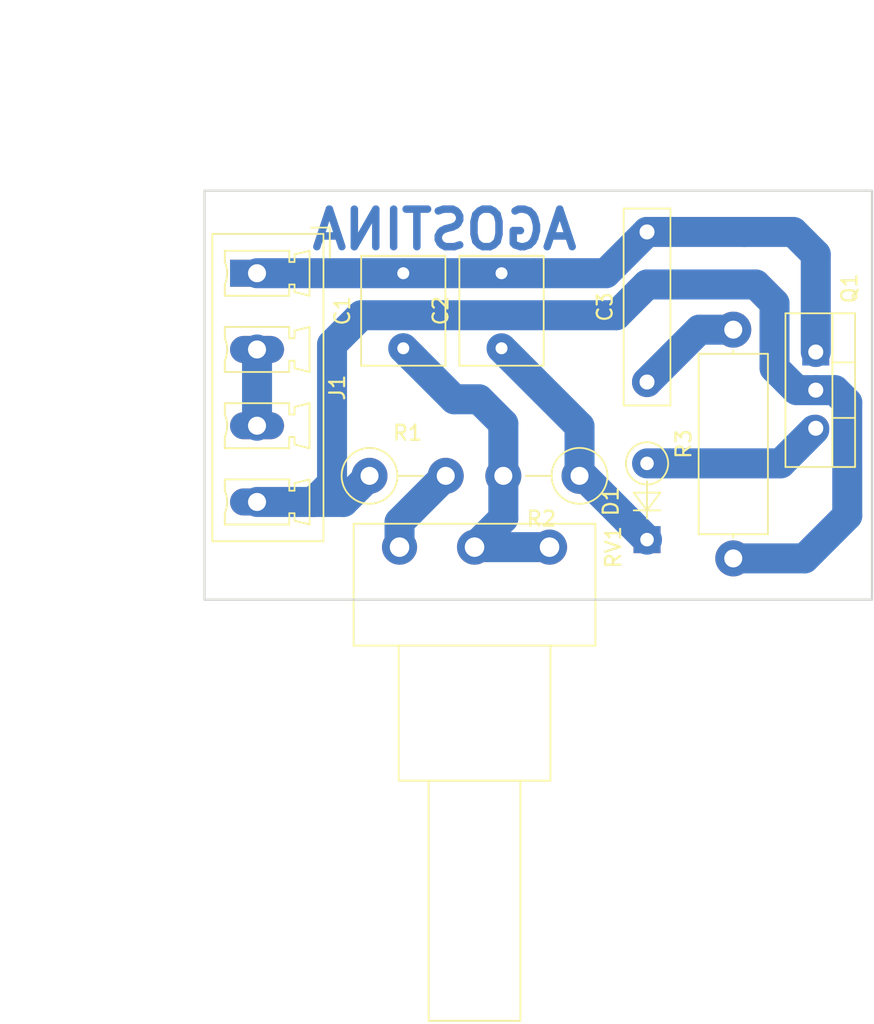
<source format=kicad_pcb>
(kicad_pcb (version 20171130) (host pcbnew "(5.0.1)-3")

  (general
    (thickness 1.6)
    (drawings 8)
    (tracks 45)
    (zones 0)
    (modules 10)
    (nets 9)
  )

  (page A4)
  (layers
    (0 F.Cu signal)
    (31 B.Cu signal)
    (32 B.Adhes user)
    (33 F.Adhes user)
    (34 B.Paste user)
    (35 F.Paste user)
    (36 B.SilkS user)
    (37 F.SilkS user)
    (38 B.Mask user)
    (39 F.Mask user)
    (40 Dwgs.User user)
    (41 Cmts.User user)
    (42 Eco1.User user)
    (43 Eco2.User user)
    (44 Edge.Cuts user)
    (45 Margin user)
    (46 B.CrtYd user)
    (47 F.CrtYd user)
    (48 B.Fab user)
    (49 F.Fab user)
  )

  (setup
    (last_trace_width 2)
    (user_trace_width 0.75)
    (user_trace_width 0.8)
    (user_trace_width 1)
    (user_trace_width 1.25)
    (user_trace_width 1.5)
    (user_trace_width 2)
    (user_trace_width 2.5)
    (user_trace_width 3)
    (trace_clearance 0.2)
    (zone_clearance 0.508)
    (zone_45_only no)
    (trace_min 0.2)
    (segment_width 0.2)
    (edge_width 0.15)
    (via_size 0.8)
    (via_drill 0.4)
    (via_min_size 0.4)
    (via_min_drill 0.3)
    (uvia_size 0.3)
    (uvia_drill 0.1)
    (uvias_allowed no)
    (uvia_min_size 0.2)
    (uvia_min_drill 0.1)
    (pcb_text_width 0.3)
    (pcb_text_size 1.5 1.5)
    (mod_edge_width 0.15)
    (mod_text_size 1 1)
    (mod_text_width 0.15)
    (pad_size 1.524 1.524)
    (pad_drill 0.762)
    (pad_to_mask_clearance 0.051)
    (solder_mask_min_width 0.25)
    (aux_axis_origin 0 0)
    (visible_elements 7FFFFFFF)
    (pcbplotparams
      (layerselection 0x010fc_ffffffff)
      (usegerberextensions false)
      (usegerberattributes false)
      (usegerberadvancedattributes false)
      (creategerberjobfile false)
      (excludeedgelayer true)
      (linewidth 0.100000)
      (plotframeref false)
      (viasonmask false)
      (mode 1)
      (useauxorigin false)
      (hpglpennumber 1)
      (hpglpenspeed 20)
      (hpglpendiameter 15.000000)
      (psnegative false)
      (psa4output false)
      (plotreference true)
      (plotvalue true)
      (plotinvisibletext false)
      (padsonsilk false)
      (subtractmaskfromsilk false)
      (outputformat 1)
      (mirror false)
      (drillshape 1)
      (scaleselection 1)
      (outputdirectory ""))
  )

  (net 0 "")
  (net 1 "Net-(C1-Pad2)")
  (net 2 "Net-(C1-Pad1)")
  (net 3 "Net-(C2-Pad1)")
  (net 4 "Net-(C3-Pad1)")
  (net 5 "Net-(D1-Pad2)")
  (net 6 "Net-(J1-Pad2)")
  (net 7 "Net-(R1-Pad2)")
  (net 8 "Net-(J1-Pad4)")

  (net_class Default "Esta es la clase de red por defecto."
    (clearance 0.2)
    (trace_width 0.25)
    (via_dia 0.8)
    (via_drill 0.4)
    (uvia_dia 0.3)
    (uvia_drill 0.1)
    (add_net "Net-(C1-Pad1)")
    (add_net "Net-(C1-Pad2)")
    (add_net "Net-(C2-Pad1)")
    (add_net "Net-(C3-Pad1)")
    (add_net "Net-(D1-Pad2)")
    (add_net "Net-(J1-Pad2)")
    (add_net "Net-(J1-Pad4)")
    (add_net "Net-(R1-Pad2)")
  )

  (module Capacitors_THT:C_Rect_L7.2mm_W5.5mm_P5.00mm_FKS2_FKP2_MKS2_MKP2 (layer F.Cu) (tedit 597BC7C2) (tstamp 5C055FB9)
    (at 112.25 58.5 90)
    (descr "C, Rect series, Radial, pin pitch=5.00mm, , length*width=7.2*5.5mm^2, Capacitor, http://www.wima.com/EN/WIMA_FKS_2.pdf")
    (tags "C Rect series Radial pin pitch 5.00mm  length 7.2mm width 5.5mm Capacitor")
    (path /5C05441D)
    (fp_text reference C1 (at 2.5 -4.06 90) (layer F.SilkS)
      (effects (font (size 1 1) (thickness 0.15)))
    )
    (fp_text value C (at 2.5 4.06 90) (layer F.Fab)
      (effects (font (size 1 1) (thickness 0.15)))
    )
    (fp_text user %R (at 2.75 0 90) (layer F.Fab)
      (effects (font (size 1 1) (thickness 0.15)))
    )
    (fp_line (start 6.45 -3.1) (end -1.45 -3.1) (layer F.CrtYd) (width 0.05))
    (fp_line (start 6.45 3.1) (end 6.45 -3.1) (layer F.CrtYd) (width 0.05))
    (fp_line (start -1.45 3.1) (end 6.45 3.1) (layer F.CrtYd) (width 0.05))
    (fp_line (start -1.45 -3.1) (end -1.45 3.1) (layer F.CrtYd) (width 0.05))
    (fp_line (start 6.16 -2.81) (end 6.16 2.81) (layer F.SilkS) (width 0.12))
    (fp_line (start -1.16 -2.81) (end -1.16 2.81) (layer F.SilkS) (width 0.12))
    (fp_line (start -1.16 2.81) (end 6.16 2.81) (layer F.SilkS) (width 0.12))
    (fp_line (start -1.16 -2.81) (end 6.16 -2.81) (layer F.SilkS) (width 0.12))
    (fp_line (start 6.1 -2.75) (end -1.1 -2.75) (layer F.Fab) (width 0.1))
    (fp_line (start 6.1 2.75) (end 6.1 -2.75) (layer F.Fab) (width 0.1))
    (fp_line (start -1.1 2.75) (end 6.1 2.75) (layer F.Fab) (width 0.1))
    (fp_line (start -1.1 -2.75) (end -1.1 2.75) (layer F.Fab) (width 0.1))
    (pad 2 thru_hole circle (at 5 0 90) (size 1.6 1.6) (drill 0.8) (layers *.Cu *.Mask)
      (net 1 "Net-(C1-Pad2)"))
    (pad 1 thru_hole circle (at 0 0 90) (size 1.6 1.6) (drill 0.8) (layers *.Cu *.Mask)
      (net 2 "Net-(C1-Pad1)"))
    (model ${KISYS3DMOD}/Capacitors_THT.3dshapes/C_Rect_L7.2mm_W5.5mm_P5.00mm_FKS2_FKP2_MKS2_MKP2.wrl
      (at (xyz 0 0 0))
      (scale (xyz 1 1 1))
      (rotate (xyz 0 0 0))
    )
  )

  (module Capacitors_THT:C_Rect_L7.2mm_W5.5mm_P5.00mm_FKS2_FKP2_MKS2_MKP2 (layer F.Cu) (tedit 597BC7C2) (tstamp 5C055FCC)
    (at 118.8 58.5 90)
    (descr "C, Rect series, Radial, pin pitch=5.00mm, , length*width=7.2*5.5mm^2, Capacitor, http://www.wima.com/EN/WIMA_FKS_2.pdf")
    (tags "C Rect series Radial pin pitch 5.00mm  length 7.2mm width 5.5mm Capacitor")
    (path /5C0544A3)
    (fp_text reference C2 (at 2.5 -4.06 90) (layer F.SilkS)
      (effects (font (size 1 1) (thickness 0.15)))
    )
    (fp_text value C (at 2.5 4.06 90) (layer F.Fab)
      (effects (font (size 1 1) (thickness 0.15)))
    )
    (fp_line (start -1.1 -2.75) (end -1.1 2.75) (layer F.Fab) (width 0.1))
    (fp_line (start -1.1 2.75) (end 6.1 2.75) (layer F.Fab) (width 0.1))
    (fp_line (start 6.1 2.75) (end 6.1 -2.75) (layer F.Fab) (width 0.1))
    (fp_line (start 6.1 -2.75) (end -1.1 -2.75) (layer F.Fab) (width 0.1))
    (fp_line (start -1.16 -2.81) (end 6.16 -2.81) (layer F.SilkS) (width 0.12))
    (fp_line (start -1.16 2.81) (end 6.16 2.81) (layer F.SilkS) (width 0.12))
    (fp_line (start -1.16 -2.81) (end -1.16 2.81) (layer F.SilkS) (width 0.12))
    (fp_line (start 6.16 -2.81) (end 6.16 2.81) (layer F.SilkS) (width 0.12))
    (fp_line (start -1.45 -3.1) (end -1.45 3.1) (layer F.CrtYd) (width 0.05))
    (fp_line (start -1.45 3.1) (end 6.45 3.1) (layer F.CrtYd) (width 0.05))
    (fp_line (start 6.45 3.1) (end 6.45 -3.1) (layer F.CrtYd) (width 0.05))
    (fp_line (start 6.45 -3.1) (end -1.45 -3.1) (layer F.CrtYd) (width 0.05))
    (fp_text user %R (at 2.5 0.25 90) (layer F.Fab)
      (effects (font (size 1 1) (thickness 0.15)))
    )
    (pad 1 thru_hole circle (at 0 0 90) (size 1.6 1.6) (drill 0.8) (layers *.Cu *.Mask)
      (net 3 "Net-(C2-Pad1)"))
    (pad 2 thru_hole circle (at 5 0 90) (size 1.6 1.6) (drill 0.8) (layers *.Cu *.Mask)
      (net 1 "Net-(C1-Pad2)"))
    (model ${KISYS3DMOD}/Capacitors_THT.3dshapes/C_Rect_L7.2mm_W5.5mm_P5.00mm_FKS2_FKP2_MKS2_MKP2.wrl
      (at (xyz 0 0 0))
      (scale (xyz 1 1 1))
      (rotate (xyz 0 0 0))
    )
  )

  (module Capacitors_THT:C_Rect_L13.0mm_W3.0mm_P10.00mm_FKS3_FKP3_MKS4 (layer F.Cu) (tedit 597BC7C2) (tstamp 5C055FDF)
    (at 128.5 60.75 90)
    (descr "C, Rect series, Radial, pin pitch=10.00mm, , length*width=13*3mm^2, Capacitor, http://www.wima.com/EN/WIMA_FKS_3.pdf, http://www.wima.com/EN/WIMA_MKS_4.pdf")
    (tags "C Rect series Radial pin pitch 10.00mm  length 13mm width 3mm Capacitor")
    (path /5C054D8C)
    (fp_text reference C3 (at 5 -2.81 90) (layer F.SilkS)
      (effects (font (size 1 1) (thickness 0.15)))
    )
    (fp_text value C (at 5 2.81 90) (layer F.Fab)
      (effects (font (size 1 1) (thickness 0.15)))
    )
    (fp_text user %R (at 5 0 90) (layer F.Fab)
      (effects (font (size 1 1) (thickness 0.15)))
    )
    (fp_line (start 11.85 -1.85) (end -1.85 -1.85) (layer F.CrtYd) (width 0.05))
    (fp_line (start 11.85 1.85) (end 11.85 -1.85) (layer F.CrtYd) (width 0.05))
    (fp_line (start -1.85 1.85) (end 11.85 1.85) (layer F.CrtYd) (width 0.05))
    (fp_line (start -1.85 -1.85) (end -1.85 1.85) (layer F.CrtYd) (width 0.05))
    (fp_line (start 11.56 -1.56) (end 11.56 1.56) (layer F.SilkS) (width 0.12))
    (fp_line (start -1.56 -1.56) (end -1.56 1.56) (layer F.SilkS) (width 0.12))
    (fp_line (start -1.56 1.56) (end 11.56 1.56) (layer F.SilkS) (width 0.12))
    (fp_line (start -1.56 -1.56) (end 11.56 -1.56) (layer F.SilkS) (width 0.12))
    (fp_line (start 11.5 -1.5) (end -1.5 -1.5) (layer F.Fab) (width 0.1))
    (fp_line (start 11.5 1.5) (end 11.5 -1.5) (layer F.Fab) (width 0.1))
    (fp_line (start -1.5 1.5) (end 11.5 1.5) (layer F.Fab) (width 0.1))
    (fp_line (start -1.5 -1.5) (end -1.5 1.5) (layer F.Fab) (width 0.1))
    (pad 2 thru_hole circle (at 10 0 90) (size 2 2) (drill 1) (layers *.Cu *.Mask)
      (net 1 "Net-(C1-Pad2)"))
    (pad 1 thru_hole circle (at 0 0 90) (size 2 2) (drill 1) (layers *.Cu *.Mask)
      (net 4 "Net-(C3-Pad1)"))
    (model ${KISYS3DMOD}/Capacitors_THT.3dshapes/C_Rect_L13.0mm_W3.0mm_P10.00mm_FKS3_FKP3_MKS4.wrl
      (at (xyz 0 0 0))
      (scale (xyz 1 1 1))
      (rotate (xyz 0 0 0))
    )
  )

  (module Diodes_THT:D_A-405_P5.08mm_Vertical_KathodeUp (layer F.Cu) (tedit 5921392E) (tstamp 5C055FF3)
    (at 128.5 71.25 90)
    (descr "D, A-405 series, Axial, Vertical, pin pitch=5.08mm, , length*diameter=5.2*2.7mm^2, , http://www.diodes.com/_files/packages/A-405.pdf")
    (tags "D A-405 series Axial Vertical pin pitch 5.08mm  length 5.2mm diameter 2.7mm")
    (path /5C054541)
    (fp_text reference D1 (at 2.54 -2.41 90) (layer F.SilkS)
      (effects (font (size 1 1) (thickness 0.15)))
    )
    (fp_text value DIAC (at 2.54 2.41 90) (layer F.Fab)
      (effects (font (size 1 1) (thickness 0.15)))
    )
    (fp_circle (center 5.08 0) (end 6.49 0) (layer F.SilkS) (width 0.12))
    (fp_circle (center 5.08 0) (end 6.43 0) (layer F.Fab) (width 0.1))
    (fp_line (start 6.75 -1.7) (end -1.25 -1.7) (layer F.CrtYd) (width 0.05))
    (fp_line (start 6.75 1.7) (end 6.75 -1.7) (layer F.CrtYd) (width 0.05))
    (fp_line (start -1.25 1.7) (end 6.75 1.7) (layer F.CrtYd) (width 0.05))
    (fp_line (start -1.25 -1.7) (end -1.25 1.7) (layer F.CrtYd) (width 0.05))
    (fp_line (start 3.132667 0.889) (end 1.947333 0) (layer F.SilkS) (width 0.12))
    (fp_line (start 3.132667 -0.889) (end 3.132667 0.889) (layer F.SilkS) (width 0.12))
    (fp_line (start 1.947333 0) (end 3.132667 -0.889) (layer F.SilkS) (width 0.12))
    (fp_line (start 1.947333 -0.889) (end 1.947333 0.889) (layer F.SilkS) (width 0.12))
    (fp_line (start 1.41 0) (end 3.88 0) (layer F.SilkS) (width 0.12))
    (fp_line (start 0 0) (end 5.08 0) (layer F.Fab) (width 0.1))
    (fp_text user %R (at 2.54 0 90) (layer F.Fab)
      (effects (font (size 1 1) (thickness 0.15)))
    )
    (fp_text user K (at -1.6 0 90) (layer F.Fab)
      (effects (font (size 1 1) (thickness 0.15)))
    )
    (pad 2 thru_hole oval (at 5.08 0 90) (size 1.8 1.8) (drill 0.9) (layers *.Cu *.Mask)
      (net 5 "Net-(D1-Pad2)"))
    (pad 1 thru_hole rect (at 0 0 90) (size 1.8 1.8) (drill 0.9) (layers *.Cu *.Mask)
      (net 3 "Net-(C2-Pad1)"))
    (model ${KISYS3DMOD}/Diodes_THT.3dshapes/D_A-405_P5.08mm_Vertical_KathodeUp.wrl
      (at (xyz 0 0 0))
      (scale (xyz 0.393701 0.393701 0.393701))
      (rotate (xyz 0 0 0))
    )
  )

  (module TO_SOT_Packages_THT:TO-220-3_Vertical (layer F.Cu) (tedit 58CE52AD) (tstamp 5C056073)
    (at 139.75 58.75 270)
    (descr "TO-220-3, Vertical, RM 2.54mm")
    (tags "TO-220-3 Vertical RM 2.54mm")
    (path /5C0545F0)
    (fp_text reference Q1 (at -4.25 -2.25 270) (layer F.SilkS)
      (effects (font (size 1 1) (thickness 0.15)))
    )
    (fp_text value BT136-800 (at 2.25 -2 270) (layer F.Fab)
      (effects (font (size 1 1) (thickness 0.15)))
    )
    (fp_line (start 7.79 -2.75) (end -2.71 -2.75) (layer F.CrtYd) (width 0.05))
    (fp_line (start 7.79 2.16) (end 7.79 -2.75) (layer F.CrtYd) (width 0.05))
    (fp_line (start -2.71 2.16) (end 7.79 2.16) (layer F.CrtYd) (width 0.05))
    (fp_line (start -2.71 -2.75) (end -2.71 2.16) (layer F.CrtYd) (width 0.05))
    (fp_line (start 4.391 -2.62) (end 4.391 -1.11) (layer F.SilkS) (width 0.12))
    (fp_line (start 0.69 -2.62) (end 0.69 -1.11) (layer F.SilkS) (width 0.12))
    (fp_line (start -2.58 -1.11) (end 7.66 -1.11) (layer F.SilkS) (width 0.12))
    (fp_line (start 7.66 -2.62) (end 7.66 2.021) (layer F.SilkS) (width 0.12))
    (fp_line (start -2.58 -2.62) (end -2.58 2.021) (layer F.SilkS) (width 0.12))
    (fp_line (start -2.58 2.021) (end 7.66 2.021) (layer F.SilkS) (width 0.12))
    (fp_line (start -2.58 -2.62) (end 7.66 -2.62) (layer F.SilkS) (width 0.12))
    (fp_line (start 4.39 -2.5) (end 4.39 -1.23) (layer F.Fab) (width 0.1))
    (fp_line (start 0.69 -2.5) (end 0.69 -1.23) (layer F.Fab) (width 0.1))
    (fp_line (start -2.46 -1.23) (end 7.54 -1.23) (layer F.Fab) (width 0.1))
    (fp_line (start 7.54 -2.5) (end -2.46 -2.5) (layer F.Fab) (width 0.1))
    (fp_line (start 7.54 1.9) (end 7.54 -2.5) (layer F.Fab) (width 0.1))
    (fp_line (start -2.46 1.9) (end 7.54 1.9) (layer F.Fab) (width 0.1))
    (fp_line (start -2.46 -2.5) (end -2.46 1.9) (layer F.Fab) (width 0.1))
    (fp_text user %R (at 8.75 0.75 270) (layer F.Fab)
      (effects (font (size 1 1) (thickness 0.15)))
    )
    (pad 3 thru_hole oval (at 5.08 0 270) (size 1.8 1.8) (drill 1) (layers *.Cu *.Mask)
      (net 5 "Net-(D1-Pad2)"))
    (pad 2 thru_hole oval (at 2.54 0 270) (size 1.8 1.8) (drill 1) (layers *.Cu *.Mask)
      (net 8 "Net-(J1-Pad4)"))
    (pad 1 thru_hole rect (at 0 0 270) (size 1.8 1.8) (drill 1) (layers *.Cu *.Mask)
      (net 1 "Net-(C1-Pad2)"))
    (model ${KISYS3DMOD}/TO_SOT_Packages_THT.3dshapes/TO-220-3_Vertical.wrl
      (offset (xyz 2.539999961853027 0 0))
      (scale (xyz 0.393701 0.393701 0.393701))
      (rotate (xyz 0 0 0))
    )
  )

  (module Resistors_THT:R_Axial_DIN0411_L9.9mm_D3.6mm_P5.08mm_Vertical (layer F.Cu) (tedit 5874F706) (tstamp 5C056081)
    (at 110 67)
    (descr "Resistor, Axial_DIN0411 series, Axial, Vertical, pin pitch=5.08mm, 1W = 1/1W, length*diameter=9.9*3.6mm^2")
    (tags "Resistor Axial_DIN0411 series Axial Vertical pin pitch 5.08mm 1W = 1/1W length 9.9mm diameter 3.6mm")
    (path /5C054222)
    (fp_text reference R1 (at 2.54 -2.86) (layer F.SilkS)
      (effects (font (size 1 1) (thickness 0.15)))
    )
    (fp_text value R (at 2.54 2.86) (layer F.Fab)
      (effects (font (size 1 1) (thickness 0.15)))
    )
    (fp_line (start 6.6 -2.15) (end -2.15 -2.15) (layer F.CrtYd) (width 0.05))
    (fp_line (start 6.6 2.15) (end 6.6 -2.15) (layer F.CrtYd) (width 0.05))
    (fp_line (start -2.15 2.15) (end 6.6 2.15) (layer F.CrtYd) (width 0.05))
    (fp_line (start -2.15 -2.15) (end -2.15 2.15) (layer F.CrtYd) (width 0.05))
    (fp_line (start 1.86 0) (end 3.58 0) (layer F.SilkS) (width 0.12))
    (fp_line (start 0 0) (end 5.08 0) (layer F.Fab) (width 0.1))
    (fp_circle (center 0 0) (end 1.86 0) (layer F.SilkS) (width 0.12))
    (fp_circle (center 0 0) (end 1.8 0) (layer F.Fab) (width 0.1))
    (pad 2 thru_hole oval (at 5.08 0) (size 2.4 2.4) (drill 1.2) (layers *.Cu *.Mask)
      (net 7 "Net-(R1-Pad2)"))
    (pad 1 thru_hole circle (at 0 0) (size 2.4 2.4) (drill 1.2) (layers *.Cu *.Mask)
      (net 8 "Net-(J1-Pad4)"))
    (model ${KISYS3DMOD}/Resistors_THT.3dshapes/R_Axial_DIN0411_L9.9mm_D3.6mm_P5.08mm_Vertical.wrl
      (at (xyz 0 0 0))
      (scale (xyz 0.393701 0.393701 0.393701))
      (rotate (xyz 0 0 0))
    )
  )

  (module Resistors_THT:R_Axial_DIN0411_L9.9mm_D3.6mm_P5.08mm_Vertical (layer F.Cu) (tedit 5874F706) (tstamp 5C05608F)
    (at 124 67 180)
    (descr "Resistor, Axial_DIN0411 series, Axial, Vertical, pin pitch=5.08mm, 1W = 1/1W, length*diameter=9.9*3.6mm^2")
    (tags "Resistor Axial_DIN0411 series Axial Vertical pin pitch 5.08mm 1W = 1/1W length 9.9mm diameter 3.6mm")
    (path /5C05429C)
    (fp_text reference R2 (at 2.54 -2.86 180) (layer F.SilkS)
      (effects (font (size 1 1) (thickness 0.15)))
    )
    (fp_text value R (at 2.54 2.86 180) (layer F.Fab)
      (effects (font (size 1 1) (thickness 0.15)))
    )
    (fp_circle (center 0 0) (end 1.8 0) (layer F.Fab) (width 0.1))
    (fp_circle (center 0 0) (end 1.86 0) (layer F.SilkS) (width 0.12))
    (fp_line (start 0 0) (end 5.08 0) (layer F.Fab) (width 0.1))
    (fp_line (start 1.86 0) (end 3.58 0) (layer F.SilkS) (width 0.12))
    (fp_line (start -2.15 -2.15) (end -2.15 2.15) (layer F.CrtYd) (width 0.05))
    (fp_line (start -2.15 2.15) (end 6.6 2.15) (layer F.CrtYd) (width 0.05))
    (fp_line (start 6.6 2.15) (end 6.6 -2.15) (layer F.CrtYd) (width 0.05))
    (fp_line (start 6.6 -2.15) (end -2.15 -2.15) (layer F.CrtYd) (width 0.05))
    (pad 1 thru_hole circle (at 0 0 180) (size 2.4 2.4) (drill 1.2) (layers *.Cu *.Mask)
      (net 3 "Net-(C2-Pad1)"))
    (pad 2 thru_hole oval (at 5.08 0 180) (size 2.4 2.4) (drill 1.2) (layers *.Cu *.Mask)
      (net 2 "Net-(C1-Pad1)"))
    (model ${KISYS3DMOD}/Resistors_THT.3dshapes/R_Axial_DIN0411_L9.9mm_D3.6mm_P5.08mm_Vertical.wrl
      (at (xyz 0 0 0))
      (scale (xyz 0.393701 0.393701 0.393701))
      (rotate (xyz 0 0 0))
    )
  )

  (module Resistors_THT:R_Axial_DIN0414_L11.9mm_D4.5mm_P15.24mm_Horizontal (layer F.Cu) (tedit 5874F706) (tstamp 5C0560A5)
    (at 134.25 72.5 90)
    (descr "Resistor, Axial_DIN0414 series, Axial, Horizontal, pin pitch=15.24mm, 2W, length*diameter=11.9*4.5mm^2, http://www.vishay.com/docs/20128/wkxwrx.pdf")
    (tags "Resistor Axial_DIN0414 series Axial Horizontal pin pitch 15.24mm 2W length 11.9mm diameter 4.5mm")
    (path /5C054D3F)
    (fp_text reference R3 (at 7.62 -3.31 90) (layer F.SilkS)
      (effects (font (size 1 1) (thickness 0.15)))
    )
    (fp_text value R (at 7.62 3.31 90) (layer F.Fab)
      (effects (font (size 1 1) (thickness 0.15)))
    )
    (fp_line (start 16.7 -2.6) (end -1.45 -2.6) (layer F.CrtYd) (width 0.05))
    (fp_line (start 16.7 2.6) (end 16.7 -2.6) (layer F.CrtYd) (width 0.05))
    (fp_line (start -1.45 2.6) (end 16.7 2.6) (layer F.CrtYd) (width 0.05))
    (fp_line (start -1.45 -2.6) (end -1.45 2.6) (layer F.CrtYd) (width 0.05))
    (fp_line (start 13.86 0) (end 13.63 0) (layer F.SilkS) (width 0.12))
    (fp_line (start 1.38 0) (end 1.61 0) (layer F.SilkS) (width 0.12))
    (fp_line (start 13.63 -2.31) (end 1.61 -2.31) (layer F.SilkS) (width 0.12))
    (fp_line (start 13.63 2.31) (end 13.63 -2.31) (layer F.SilkS) (width 0.12))
    (fp_line (start 1.61 2.31) (end 13.63 2.31) (layer F.SilkS) (width 0.12))
    (fp_line (start 1.61 -2.31) (end 1.61 2.31) (layer F.SilkS) (width 0.12))
    (fp_line (start 15.24 0) (end 13.57 0) (layer F.Fab) (width 0.1))
    (fp_line (start 0 0) (end 1.67 0) (layer F.Fab) (width 0.1))
    (fp_line (start 13.57 -2.25) (end 1.67 -2.25) (layer F.Fab) (width 0.1))
    (fp_line (start 13.57 2.25) (end 13.57 -2.25) (layer F.Fab) (width 0.1))
    (fp_line (start 1.67 2.25) (end 13.57 2.25) (layer F.Fab) (width 0.1))
    (fp_line (start 1.67 -2.25) (end 1.67 2.25) (layer F.Fab) (width 0.1))
    (pad 2 thru_hole oval (at 15.24 0 90) (size 2.4 2.4) (drill 1.2) (layers *.Cu *.Mask)
      (net 4 "Net-(C3-Pad1)"))
    (pad 1 thru_hole circle (at 0 0 90) (size 2.4 2.4) (drill 1.2) (layers *.Cu *.Mask)
      (net 8 "Net-(J1-Pad4)"))
    (model ${KISYS3DMOD}/Resistors_THT.3dshapes/R_Axial_DIN0414_L11.9mm_D4.5mm_P15.24mm_Horizontal.wrl
      (at (xyz 0 0 0))
      (scale (xyz 0.393701 0.393701 0.393701))
      (rotate (xyz 0 0 0))
    )
  )

  (module Potentiometers:Potentiometer_Piher_PC-16_Single_Vertical (layer F.Cu) (tedit 58826B08) (tstamp 5C0560C8)
    (at 112 71.75 270)
    (descr "Potentiometer, vertically mounted, Omeg PC16PU, Omeg PC16PU, Omeg PC16PU, Vishay/Spectrol 248GJ/249GJ Single, Vishay/Spectrol 248GJ/249GJ Single, Vishay/Spectrol 248GJ/249GJ Single, Vishay/Spectrol 248GH/249GH Single, Vishay/Spectrol 148/149 Single, Vishay/Spectrol 148/149 Single, Vishay/Spectrol 148/149 Single, Vishay/Spectrol 148A/149A Single with mounting plates, Vishay/Spectrol 148/149 Double, Vishay/Spectrol 148A/149A Double with mounting plates, Piher PC-16 Single, http://www.piher-nacesa.com/pdf/20-PC16v03.pdf")
    (tags "Potentiometer vertical  Omeg PC16PU  Omeg PC16PU  Omeg PC16PU  Vishay/Spectrol 248GJ/249GJ Single  Vishay/Spectrol 248GJ/249GJ Single  Vishay/Spectrol 248GJ/249GJ Single  Vishay/Spectrol 248GH/249GH Single  Vishay/Spectrol 148/149 Single  Vishay/Spectrol 148/149 Single  Vishay/Spectrol 148/149 Single  Vishay/Spectrol 148A/149A Single with mounting plates  Vishay/Spectrol 148/149 Double  Vishay/Spectrol 148A/149A Double with mounting plates  Piher PC-16 Single")
    (path /5C054358)
    (fp_text reference RV1 (at 0 -14.25 270) (layer F.SilkS)
      (effects (font (size 1 1) (thickness 0.15)))
    )
    (fp_text value R_POT (at 0 4.25 270) (layer F.Fab)
      (effects (font (size 1 1) (thickness 0.15)))
    )
    (fp_line (start 31.75 -13.25) (end -1.75 -13.25) (layer F.CrtYd) (width 0.05))
    (fp_line (start 31.75 3.25) (end 31.75 -13.25) (layer F.CrtYd) (width 0.05))
    (fp_line (start -1.75 3.25) (end 31.75 3.25) (layer F.CrtYd) (width 0.05))
    (fp_line (start -1.75 -13.25) (end -1.75 3.25) (layer F.CrtYd) (width 0.05))
    (fp_line (start 31.56 -8.06) (end 31.56 -1.94) (layer F.SilkS) (width 0.12))
    (fp_line (start 15.56 -8.06) (end 15.56 -1.94) (layer F.SilkS) (width 0.12))
    (fp_line (start 15.56 -1.94) (end 31.56 -1.94) (layer F.SilkS) (width 0.12))
    (fp_line (start 15.56 -8.06) (end 31.56 -8.06) (layer F.SilkS) (width 0.12))
    (fp_line (start 15.56 -10.06) (end 15.56 0.06) (layer F.SilkS) (width 0.12))
    (fp_line (start 6.56 -10.06) (end 6.56 0.06) (layer F.SilkS) (width 0.12))
    (fp_line (start 6.56 0.06) (end 15.56 0.06) (layer F.SilkS) (width 0.12))
    (fp_line (start 6.56 -10.06) (end 15.56 -10.06) (layer F.SilkS) (width 0.12))
    (fp_line (start 6.56 -13.06) (end 6.56 3.06) (layer F.SilkS) (width 0.12))
    (fp_line (start -1.56 -13.06) (end -1.56 3.06) (layer F.SilkS) (width 0.12))
    (fp_line (start -1.56 3.06) (end 6.56 3.06) (layer F.SilkS) (width 0.12))
    (fp_line (start -1.56 -13.06) (end 6.56 -13.06) (layer F.SilkS) (width 0.12))
    (fp_line (start 31.5 -8) (end 15.5 -8) (layer F.Fab) (width 0.1))
    (fp_line (start 31.5 -2) (end 31.5 -8) (layer F.Fab) (width 0.1))
    (fp_line (start 15.5 -2) (end 31.5 -2) (layer F.Fab) (width 0.1))
    (fp_line (start 15.5 -8) (end 15.5 -2) (layer F.Fab) (width 0.1))
    (fp_line (start 15.5 -10) (end 6.5 -10) (layer F.Fab) (width 0.1))
    (fp_line (start 15.5 0) (end 15.5 -10) (layer F.Fab) (width 0.1))
    (fp_line (start 6.5 0) (end 15.5 0) (layer F.Fab) (width 0.1))
    (fp_line (start 6.5 -10) (end 6.5 0) (layer F.Fab) (width 0.1))
    (fp_line (start 6.5 -13) (end -1.5 -13) (layer F.Fab) (width 0.1))
    (fp_line (start 6.5 3) (end 6.5 -13) (layer F.Fab) (width 0.1))
    (fp_line (start -1.5 3) (end 6.5 3) (layer F.Fab) (width 0.1))
    (fp_line (start -1.5 -13) (end -1.5 3) (layer F.Fab) (width 0.1))
    (pad 1 thru_hole circle (at 0 0 270) (size 2.34 2.34) (drill 1.3) (layers *.Cu *.Mask)
      (net 7 "Net-(R1-Pad2)"))
    (pad 2 thru_hole circle (at 0 -5 270) (size 2.34 2.34) (drill 1.3) (layers *.Cu *.Mask)
      (net 2 "Net-(C1-Pad1)"))
    (pad 3 thru_hole circle (at 0 -10 270) (size 2.34 2.34) (drill 1.3) (layers *.Cu *.Mask)
      (net 2 "Net-(C1-Pad1)"))
    (model Potentiometers.3dshapes/Potentiometer_Piher_PC-16_Single_Vertical.wrl
      (at (xyz 0 0 0))
      (scale (xyz 0.393701 0.393701 0.393701))
      (rotate (xyz 0 0 0))
    )
  )

  (module Connectors_Phoenix:PhoenixContact_MCV-G_04x5.08mm_Vertical (layer F.Cu) (tedit 59566E60) (tstamp 5C056AD7)
    (at 102.5 53.5 270)
    (descr "Generic Phoenix Contact connector footprint for series: MCV-G; number of pins: 04; pin pitch: 5.08mm; Vertical || order number: 1836312 8A 320V")
    (tags "phoenix_contact connector MCV_01x04_G_5.08mm")
    (path /5C058CBC)
    (fp_text reference J1 (at 7.62 -5.35 270) (layer F.SilkS)
      (effects (font (size 1 1) (thickness 0.15)))
    )
    (fp_text value CONEXION (at 3 -5.75 270) (layer F.Fab)
      (effects (font (size 1 1) (thickness 0.15)))
    )
    (fp_text user %R (at 7.62 -3 270) (layer F.Fab)
      (effects (font (size 1 1) (thickness 0.15)))
    )
    (fp_line (start -3.04 -4.85) (end -1.04 -4.85) (layer F.Fab) (width 0.1))
    (fp_line (start -3.04 -3.6) (end -3.04 -4.85) (layer F.Fab) (width 0.1))
    (fp_line (start -3.04 -4.85) (end -1.04 -4.85) (layer F.SilkS) (width 0.12))
    (fp_line (start -3.04 -3.6) (end -3.04 -4.85) (layer F.SilkS) (width 0.12))
    (fp_line (start 18.28 -4.85) (end -3.04 -4.85) (layer F.CrtYd) (width 0.05))
    (fp_line (start 18.28 3.4) (end 18.28 -4.85) (layer F.CrtYd) (width 0.05))
    (fp_line (start -3.04 3.4) (end 18.28 3.4) (layer F.CrtYd) (width 0.05))
    (fp_line (start -3.04 -4.85) (end -3.04 3.4) (layer F.CrtYd) (width 0.05))
    (fp_line (start 16.74 2.15) (end 15.99 2.15) (layer F.SilkS) (width 0.12))
    (fp_line (start 16.74 -2.15) (end 16.74 2.15) (layer F.SilkS) (width 0.12))
    (fp_line (start 15.99 -2.15) (end 16.74 -2.15) (layer F.SilkS) (width 0.12))
    (fp_line (start 15.99 -2.5) (end 15.99 -2.15) (layer F.SilkS) (width 0.12))
    (fp_line (start 16.49 -2.5) (end 15.99 -2.5) (layer F.SilkS) (width 0.12))
    (fp_line (start 16.74 -3.5) (end 16.49 -2.5) (layer F.SilkS) (width 0.12))
    (fp_line (start 13.74 -3.5) (end 16.74 -3.5) (layer F.SilkS) (width 0.12))
    (fp_line (start 13.99 -2.5) (end 13.74 -3.5) (layer F.SilkS) (width 0.12))
    (fp_line (start 14.49 -2.5) (end 13.99 -2.5) (layer F.SilkS) (width 0.12))
    (fp_line (start 14.49 -2.15) (end 14.49 -2.5) (layer F.SilkS) (width 0.12))
    (fp_line (start 13.74 -2.15) (end 14.49 -2.15) (layer F.SilkS) (width 0.12))
    (fp_line (start 13.74 2.15) (end 13.74 -2.15) (layer F.SilkS) (width 0.12))
    (fp_line (start 14.49 2.15) (end 13.74 2.15) (layer F.SilkS) (width 0.12))
    (fp_line (start 11.66 2.15) (end 10.91 2.15) (layer F.SilkS) (width 0.12))
    (fp_line (start 11.66 -2.15) (end 11.66 2.15) (layer F.SilkS) (width 0.12))
    (fp_line (start 10.91 -2.15) (end 11.66 -2.15) (layer F.SilkS) (width 0.12))
    (fp_line (start 10.91 -2.5) (end 10.91 -2.15) (layer F.SilkS) (width 0.12))
    (fp_line (start 11.41 -2.5) (end 10.91 -2.5) (layer F.SilkS) (width 0.12))
    (fp_line (start 11.66 -3.5) (end 11.41 -2.5) (layer F.SilkS) (width 0.12))
    (fp_line (start 8.66 -3.5) (end 11.66 -3.5) (layer F.SilkS) (width 0.12))
    (fp_line (start 8.91 -2.5) (end 8.66 -3.5) (layer F.SilkS) (width 0.12))
    (fp_line (start 9.41 -2.5) (end 8.91 -2.5) (layer F.SilkS) (width 0.12))
    (fp_line (start 9.41 -2.15) (end 9.41 -2.5) (layer F.SilkS) (width 0.12))
    (fp_line (start 8.66 -2.15) (end 9.41 -2.15) (layer F.SilkS) (width 0.12))
    (fp_line (start 8.66 2.15) (end 8.66 -2.15) (layer F.SilkS) (width 0.12))
    (fp_line (start 9.41 2.15) (end 8.66 2.15) (layer F.SilkS) (width 0.12))
    (fp_line (start 6.58 2.15) (end 5.83 2.15) (layer F.SilkS) (width 0.12))
    (fp_line (start 6.58 -2.15) (end 6.58 2.15) (layer F.SilkS) (width 0.12))
    (fp_line (start 5.83 -2.15) (end 6.58 -2.15) (layer F.SilkS) (width 0.12))
    (fp_line (start 5.83 -2.5) (end 5.83 -2.15) (layer F.SilkS) (width 0.12))
    (fp_line (start 6.33 -2.5) (end 5.83 -2.5) (layer F.SilkS) (width 0.12))
    (fp_line (start 6.58 -3.5) (end 6.33 -2.5) (layer F.SilkS) (width 0.12))
    (fp_line (start 3.58 -3.5) (end 6.58 -3.5) (layer F.SilkS) (width 0.12))
    (fp_line (start 3.83 -2.5) (end 3.58 -3.5) (layer F.SilkS) (width 0.12))
    (fp_line (start 4.33 -2.5) (end 3.83 -2.5) (layer F.SilkS) (width 0.12))
    (fp_line (start 4.33 -2.15) (end 4.33 -2.5) (layer F.SilkS) (width 0.12))
    (fp_line (start 3.58 -2.15) (end 4.33 -2.15) (layer F.SilkS) (width 0.12))
    (fp_line (start 3.58 2.15) (end 3.58 -2.15) (layer F.SilkS) (width 0.12))
    (fp_line (start 4.33 2.15) (end 3.58 2.15) (layer F.SilkS) (width 0.12))
    (fp_line (start 1.5 2.15) (end 0.75 2.15) (layer F.SilkS) (width 0.12))
    (fp_line (start 1.5 -2.15) (end 1.5 2.15) (layer F.SilkS) (width 0.12))
    (fp_line (start 0.75 -2.15) (end 1.5 -2.15) (layer F.SilkS) (width 0.12))
    (fp_line (start 0.75 -2.5) (end 0.75 -2.15) (layer F.SilkS) (width 0.12))
    (fp_line (start 1.25 -2.5) (end 0.75 -2.5) (layer F.SilkS) (width 0.12))
    (fp_line (start 1.5 -3.5) (end 1.25 -2.5) (layer F.SilkS) (width 0.12))
    (fp_line (start -1.5 -3.5) (end 1.5 -3.5) (layer F.SilkS) (width 0.12))
    (fp_line (start -1.25 -2.5) (end -1.5 -3.5) (layer F.SilkS) (width 0.12))
    (fp_line (start -0.75 -2.5) (end -1.25 -2.5) (layer F.SilkS) (width 0.12))
    (fp_line (start -0.75 -2.15) (end -0.75 -2.5) (layer F.SilkS) (width 0.12))
    (fp_line (start -1.5 -2.15) (end -0.75 -2.15) (layer F.SilkS) (width 0.12))
    (fp_line (start -1.5 2.15) (end -1.5 -2.15) (layer F.SilkS) (width 0.12))
    (fp_line (start -0.75 2.15) (end -1.5 2.15) (layer F.SilkS) (width 0.12))
    (fp_line (start 17.78 -4.35) (end -2.54 -4.35) (layer F.Fab) (width 0.1))
    (fp_line (start 17.78 2.9) (end 17.78 -4.35) (layer F.Fab) (width 0.1))
    (fp_line (start -2.54 2.9) (end 17.78 2.9) (layer F.Fab) (width 0.1))
    (fp_line (start -2.54 -4.35) (end -2.54 2.9) (layer F.Fab) (width 0.1))
    (fp_line (start 17.86 -4.43) (end -2.62 -4.43) (layer F.SilkS) (width 0.12))
    (fp_line (start 17.86 2.98) (end 17.86 -4.43) (layer F.SilkS) (width 0.12))
    (fp_line (start -2.62 2.98) (end 17.86 2.98) (layer F.SilkS) (width 0.12))
    (fp_line (start -2.62 -4.43) (end -2.62 2.98) (layer F.SilkS) (width 0.12))
    (fp_arc (start 15.24 3.85) (end 14.49 2.15) (angle 47.6) (layer F.SilkS) (width 0.12))
    (fp_arc (start 10.16 3.85) (end 9.41 2.15) (angle 47.6) (layer F.SilkS) (width 0.12))
    (fp_arc (start 5.08 3.85) (end 4.33 2.15) (angle 47.6) (layer F.SilkS) (width 0.12))
    (fp_arc (start 0 3.85) (end -0.75 2.15) (angle 47.6) (layer F.SilkS) (width 0.12))
    (pad 4 thru_hole oval (at 15.24 0 270) (size 1.8 3.6) (drill 1.2) (layers *.Cu *.Mask)
      (net 8 "Net-(J1-Pad4)"))
    (pad 3 thru_hole oval (at 10.16 0 270) (size 1.8 3.6) (drill 1.2) (layers *.Cu *.Mask)
      (net 6 "Net-(J1-Pad2)"))
    (pad 2 thru_hole oval (at 5.08 0 270) (size 1.8 3.6) (drill 1.2) (layers *.Cu *.Mask)
      (net 6 "Net-(J1-Pad2)"))
    (pad 1 thru_hole rect (at 0 0 270) (size 1.8 3.6) (drill 1.2) (layers *.Cu *.Mask)
      (net 1 "Net-(C1-Pad2)"))
    (model ${KISYS3DMOD}/Connectors_Phoenix.3dshapes/PhoenixContact_MCV-G_04x5.08mm_Vertical.wrl
      (at (xyz 0 0 0))
      (scale (xyz 1 1 1))
      (rotate (xyz 0 0 0))
    )
  )

  (gr_text "AGOSTINA\n" (at 115 50.6) (layer B.Cu)
    (effects (font (size 2.5 2.5) (thickness 0.5)) (justify mirror))
  )
  (dimension 27.25 (width 0.3) (layer Eco2.User)
    (gr_text "27,250 mm" (at 90.9 61.625 270) (layer Eco2.User)
      (effects (font (size 1.5 1.5) (thickness 0.3)))
    )
    (feature1 (pts (xy 99 75.25) (xy 92.413579 75.25)))
    (feature2 (pts (xy 99 48) (xy 92.413579 48)))
    (crossbar (pts (xy 93 48) (xy 93 75.25)))
    (arrow1a (pts (xy 93 75.25) (xy 92.413579 74.123496)))
    (arrow1b (pts (xy 93 75.25) (xy 93.586421 74.123496)))
    (arrow2a (pts (xy 93 48) (xy 92.413579 49.126504)))
    (arrow2b (pts (xy 93 48) (xy 93.586421 49.126504)))
  )
  (dimension 44.5 (width 0.3) (layer Eco2.User)
    (gr_text "44,500 mm" (at 121.25 36.4) (layer Eco2.User)
      (effects (font (size 1.5 1.5) (thickness 0.3)))
    )
    (feature1 (pts (xy 143.5 47.25) (xy 143.5 37.913579)))
    (feature2 (pts (xy 99 47.25) (xy 99 37.913579)))
    (crossbar (pts (xy 99 38.5) (xy 143.5 38.5)))
    (arrow1a (pts (xy 143.5 38.5) (xy 142.373496 39.086421)))
    (arrow1b (pts (xy 143.5 38.5) (xy 142.373496 37.913579)))
    (arrow2a (pts (xy 99 38.5) (xy 100.126504 39.086421)))
    (arrow2b (pts (xy 99 38.5) (xy 100.126504 37.913579)))
  )
  (gr_line (start 143.5 48) (end 143 48) (layer Edge.Cuts) (width 0.15))
  (gr_line (start 143.5 75.25) (end 143.5 48) (layer Edge.Cuts) (width 0.15))
  (gr_line (start 99 75.25) (end 143.5 75.25) (layer Edge.Cuts) (width 0.15))
  (gr_line (start 99 48) (end 99 75.25) (layer Edge.Cuts) (width 0.15))
  (gr_line (start 143.25 48) (end 99 48) (layer Edge.Cuts) (width 0.15))

  (segment (start 102.5 53.5) (end 112.25 53.5) (width 2) (layer B.Cu) (net 1))
  (segment (start 112.25 53.5) (end 121 53.5) (width 2) (layer B.Cu) (net 1))
  (segment (start 125.75 53.5) (end 128.5 50.75) (width 2) (layer B.Cu) (net 1))
  (segment (start 121 53.5) (end 125.75 53.5) (width 2) (layer B.Cu) (net 1))
  (segment (start 135 50.75) (end 128.5 50.75) (width 2) (layer B.Cu) (net 1))
  (segment (start 138.25 50.75) (end 135 50.75) (width 2) (layer B.Cu) (net 1))
  (segment (start 139.75 58.75) (end 139.75 52.25) (width 2) (layer B.Cu) (net 1))
  (segment (start 139.75 52.25) (end 138.25 50.75) (width 2) (layer B.Cu) (net 1))
  (segment (start 118.92 69.83) (end 117 71.75) (width 2) (layer B.Cu) (net 2))
  (segment (start 118.92 67) (end 118.92 69.83) (width 2) (layer B.Cu) (net 2))
  (segment (start 117 71.75) (end 122 71.75) (width 2) (layer B.Cu) (net 2))
  (segment (start 112.25 58.5) (end 113.049999 59.299999) (width 2) (layer B.Cu) (net 2))
  (segment (start 112.25 58.5) (end 115.65 61.9) (width 2) (layer B.Cu) (net 2))
  (segment (start 115.65 61.9) (end 117.3 61.9) (width 2) (layer B.Cu) (net 2))
  (segment (start 118.92 63.52) (end 118.92 67) (width 2) (layer B.Cu) (net 2))
  (segment (start 117.3 61.9) (end 118.92 63.52) (width 2) (layer B.Cu) (net 2))
  (segment (start 124.25 67) (end 128.5 71.25) (width 2) (layer B.Cu) (net 3))
  (segment (start 124 67) (end 124.25 67) (width 2) (layer B.Cu) (net 3))
  (segment (start 124 63.7) (end 124 67) (width 2) (layer B.Cu) (net 3))
  (segment (start 118.8 58.5) (end 124 63.7) (width 2) (layer B.Cu) (net 3))
  (segment (start 131.99 57.26) (end 128.5 60.75) (width 2) (layer B.Cu) (net 4))
  (segment (start 134.25 57.26) (end 131.99 57.26) (width 2) (layer B.Cu) (net 4))
  (segment (start 137.41 66.17) (end 139.649991 63.930009) (width 2) (layer B.Cu) (net 5))
  (segment (start 128.5 66.17) (end 137.41 66.17) (width 2) (layer B.Cu) (net 5))
  (segment (start 102.5 58.58) (end 102.5 63.66) (width 2) (layer B.Cu) (net 6))
  (segment (start 112 70.08) (end 115.08 67) (width 2) (layer B.Cu) (net 7))
  (segment (start 112 71.75) (end 112 70.08) (width 2) (layer B.Cu) (net 7))
  (segment (start 108.26 68.74) (end 110 67) (width 2) (layer B.Cu) (net 8))
  (segment (start 141.850001 62.117209) (end 141.850001 69.649999) (width 2) (layer B.Cu) (net 8))
  (segment (start 139.75 61.29) (end 141.022792 61.29) (width 2) (layer B.Cu) (net 8))
  (segment (start 141.022792 61.29) (end 141.850001 62.117209) (width 2) (layer B.Cu) (net 8))
  (segment (start 139 72.5) (end 141.850001 69.649999) (width 2) (layer B.Cu) (net 8))
  (segment (start 134.25 72.5) (end 139 72.5) (width 2) (layer B.Cu) (net 8))
  (segment (start 102.5 68.74) (end 106.25 68.74) (width 2) (layer B.Cu) (net 8))
  (segment (start 106.25 68.74) (end 108.26 68.74) (width 2) (layer B.Cu) (net 8))
  (segment (start 107.5 67.49) (end 106.25 68.74) (width 2) (layer B.Cu) (net 8))
  (segment (start 107.5 58.25) (end 107.5 67.49) (width 2) (layer B.Cu) (net 8))
  (segment (start 109.45001 56.29999) (end 107.5 58.25) (width 2) (layer B.Cu) (net 8))
  (segment (start 139.75 61.29) (end 138.477208 61.29) (width 2) (layer B.Cu) (net 8))
  (segment (start 138.477208 61.29) (end 137 59.812792) (width 2) (layer B.Cu) (net 8))
  (segment (start 126.45001 56.29999) (end 109.45001 56.29999) (width 2) (layer B.Cu) (net 8))
  (segment (start 137 59.812792) (end 137 55.5) (width 2) (layer B.Cu) (net 8))
  (segment (start 137 55.5) (end 135.75 54.25) (width 2) (layer B.Cu) (net 8))
  (segment (start 135.75 54.25) (end 128.5 54.25) (width 2) (layer B.Cu) (net 8))
  (segment (start 128.5 54.25) (end 126.45001 56.29999) (width 2) (layer B.Cu) (net 8))

)

</source>
